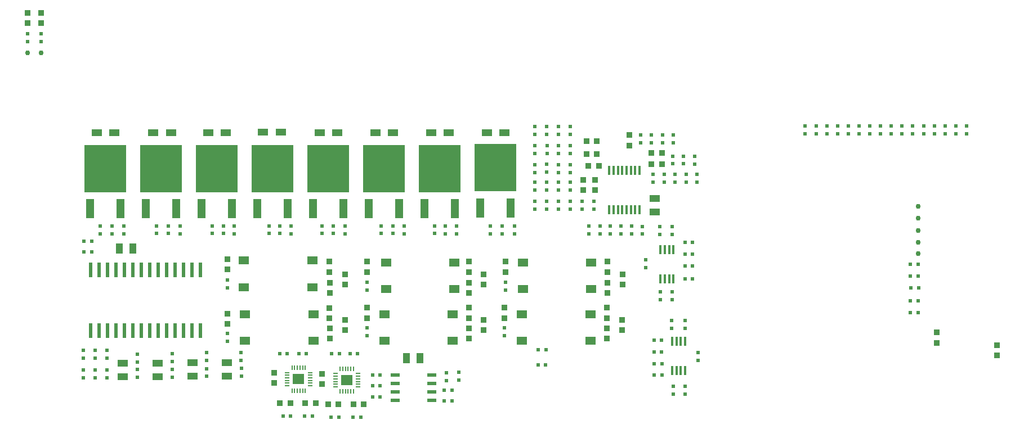
<source format=gtp>
G04*
G04 #@! TF.GenerationSoftware,Altium Limited,Altium Designer,19.0.10 (269)*
G04*
G04 Layer_Color=8421504*
%FSLAX25Y25*%
%MOIN*%
G70*
G01*
G75*
%ADD20R,0.02165X0.02165*%
%ADD21R,0.01181X0.05512*%
%ADD22R,0.02165X0.02165*%
%ADD23R,0.03347X0.03347*%
%ADD24R,0.06299X0.04921*%
%ADD25R,0.03740X0.03543*%
%ADD26R,0.03347X0.03347*%
%ADD27R,0.06693X0.06063*%
%ADD28R,0.00787X0.03150*%
%ADD29R,0.03150X0.00787*%
%ADD30R,0.05906X0.04331*%
%ADD31C,0.03000*%
%ADD32R,0.05709X0.02362*%
%ADD33R,0.06000X0.04000*%
%ADD34R,0.04000X0.06000*%
%ADD35R,0.02400X0.09000*%
%ADD36R,0.04724X0.11811*%
%ADD37R,0.24606X0.28347*%
D20*
X517111Y271450D02*
D03*
Y266850D02*
D03*
X501868Y302950D02*
D03*
Y307550D02*
D03*
X495029Y302950D02*
D03*
Y307550D02*
D03*
X509611Y290450D02*
D03*
Y285850D02*
D03*
X501611Y290450D02*
D03*
Y285850D02*
D03*
X509611Y246850D02*
D03*
Y251450D02*
D03*
X502611Y246850D02*
D03*
Y251450D02*
D03*
X501868Y346050D02*
D03*
Y341450D02*
D03*
X494750Y346050D02*
D03*
Y341450D02*
D03*
X486368Y321950D02*
D03*
Y326550D02*
D03*
X321250Y286152D02*
D03*
Y281552D02*
D03*
X402556Y286152D02*
D03*
Y281552D02*
D03*
X403156Y313101D02*
D03*
Y308501D02*
D03*
X321250Y313101D02*
D03*
Y308501D02*
D03*
X502250Y387920D02*
D03*
Y383320D02*
D03*
X490650Y372364D02*
D03*
Y376964D02*
D03*
X455750Y356450D02*
D03*
Y361050D02*
D03*
X441750Y367950D02*
D03*
Y372550D02*
D03*
Y378269D02*
D03*
Y382869D02*
D03*
Y389450D02*
D03*
Y394050D02*
D03*
Y400950D02*
D03*
Y405550D02*
D03*
X483250Y400450D02*
D03*
Y395850D02*
D03*
X625317Y405750D02*
D03*
Y401150D02*
D03*
X618950D02*
D03*
Y405750D02*
D03*
X612583D02*
D03*
Y401150D02*
D03*
X606217D02*
D03*
Y405750D02*
D03*
X599850D02*
D03*
Y401150D02*
D03*
X593483D02*
D03*
Y405750D02*
D03*
X587117D02*
D03*
Y401150D02*
D03*
X580750D02*
D03*
Y405750D02*
D03*
X434750Y405550D02*
D03*
Y400950D02*
D03*
X489699Y395950D02*
D03*
Y400550D02*
D03*
X508750Y387920D02*
D03*
Y383320D02*
D03*
X503650Y376964D02*
D03*
Y372364D02*
D03*
X420750Y405550D02*
D03*
Y400950D02*
D03*
X502750Y395950D02*
D03*
Y400550D02*
D03*
X516750Y377050D02*
D03*
Y372450D02*
D03*
X510150Y372364D02*
D03*
Y376964D02*
D03*
X427750Y400950D02*
D03*
Y405550D02*
D03*
X496250Y400550D02*
D03*
Y395950D02*
D03*
X515250Y383120D02*
D03*
Y387720D02*
D03*
X497150Y372364D02*
D03*
Y376964D02*
D03*
X676250Y405750D02*
D03*
Y401150D02*
D03*
X669883D02*
D03*
Y405750D02*
D03*
X663517D02*
D03*
Y401150D02*
D03*
X657150D02*
D03*
Y405750D02*
D03*
X650783D02*
D03*
Y401150D02*
D03*
X644417D02*
D03*
Y405750D02*
D03*
X638050D02*
D03*
Y401150D02*
D03*
X631683D02*
D03*
Y405750D02*
D03*
X448750Y361050D02*
D03*
Y356450D02*
D03*
X434750Y372550D02*
D03*
Y367950D02*
D03*
Y382869D02*
D03*
Y378269D02*
D03*
Y394050D02*
D03*
Y389450D02*
D03*
Y361050D02*
D03*
Y356450D02*
D03*
X420750Y372550D02*
D03*
Y367950D02*
D03*
Y382869D02*
D03*
Y378269D02*
D03*
Y394050D02*
D03*
Y389450D02*
D03*
X441750Y356450D02*
D03*
Y361050D02*
D03*
X427750Y367950D02*
D03*
Y372550D02*
D03*
Y378450D02*
D03*
Y383050D02*
D03*
X427931Y389450D02*
D03*
Y394050D02*
D03*
X459150Y346550D02*
D03*
Y341950D02*
D03*
X465300Y346550D02*
D03*
Y341950D02*
D03*
X420750Y356450D02*
D03*
Y361050D02*
D03*
X427750Y356450D02*
D03*
Y361050D02*
D03*
X484293Y341645D02*
D03*
Y346245D02*
D03*
X477895Y341747D02*
D03*
Y346347D02*
D03*
X452650Y341950D02*
D03*
Y346550D02*
D03*
X471650Y341950D02*
D03*
Y346550D02*
D03*
X368250Y254950D02*
D03*
Y259550D02*
D03*
X375750Y259688D02*
D03*
Y255088D02*
D03*
X128250Y460550D02*
D03*
Y455950D02*
D03*
X120250Y460345D02*
D03*
Y455745D02*
D03*
X238750Y309950D02*
D03*
Y314550D02*
D03*
X238656Y278052D02*
D03*
Y282652D02*
D03*
X246750Y266765D02*
D03*
Y271365D02*
D03*
X226331Y266765D02*
D03*
Y271365D02*
D03*
X246835Y257450D02*
D03*
Y262050D02*
D03*
X226335Y257350D02*
D03*
Y261950D02*
D03*
X205835Y266025D02*
D03*
Y270625D02*
D03*
X205835Y256950D02*
D03*
Y261550D02*
D03*
X185215Y265950D02*
D03*
Y270550D02*
D03*
X185215Y256750D02*
D03*
Y261350D02*
D03*
X153335Y256360D02*
D03*
Y260960D02*
D03*
X160335Y256450D02*
D03*
Y261050D02*
D03*
X167250Y256450D02*
D03*
Y261050D02*
D03*
X153250Y268150D02*
D03*
Y272750D02*
D03*
X160250Y268150D02*
D03*
Y272750D02*
D03*
X167250Y268150D02*
D03*
Y272750D02*
D03*
X401250Y341950D02*
D03*
Y346550D02*
D03*
X408561D02*
D03*
Y341950D02*
D03*
X394250D02*
D03*
Y346550D02*
D03*
X367750Y341950D02*
D03*
Y346550D02*
D03*
X374250D02*
D03*
Y341950D02*
D03*
X361250Y341993D02*
D03*
Y346593D02*
D03*
X336750Y341993D02*
D03*
Y346593D02*
D03*
X343250Y346550D02*
D03*
Y341950D02*
D03*
X329750Y341993D02*
D03*
Y346593D02*
D03*
X301250Y341993D02*
D03*
Y346593D02*
D03*
X308250Y346550D02*
D03*
Y341950D02*
D03*
X269750Y341993D02*
D03*
Y346593D02*
D03*
X276250Y346550D02*
D03*
Y341950D02*
D03*
X294750Y341993D02*
D03*
Y346593D02*
D03*
X263250Y341993D02*
D03*
Y346593D02*
D03*
X236185Y341993D02*
D03*
Y346593D02*
D03*
X242750Y346550D02*
D03*
Y341950D02*
D03*
X229750Y341993D02*
D03*
Y346593D02*
D03*
X196750Y341993D02*
D03*
Y346593D02*
D03*
X203685Y341993D02*
D03*
Y346593D02*
D03*
X210750Y346550D02*
D03*
Y341950D02*
D03*
X170250D02*
D03*
Y346550D02*
D03*
X177250D02*
D03*
Y341950D02*
D03*
X163250D02*
D03*
Y346550D02*
D03*
D21*
X495029Y315089D02*
D03*
X497589D02*
D03*
X500148D02*
D03*
X502707D02*
D03*
X495029Y332411D02*
D03*
X497589D02*
D03*
X500148D02*
D03*
X502707D02*
D03*
X509611Y277973D02*
D03*
X507052D02*
D03*
X504493D02*
D03*
X501934D02*
D03*
X509611Y260650D02*
D03*
X507052D02*
D03*
X504493D02*
D03*
X501934D02*
D03*
X482607Y379364D02*
D03*
X480048D02*
D03*
X477489D02*
D03*
X474930D02*
D03*
X472370D02*
D03*
X469811D02*
D03*
X467252D02*
D03*
X464693D02*
D03*
X482607Y356136D02*
D03*
X480048D02*
D03*
X477489D02*
D03*
X474930D02*
D03*
X472370D02*
D03*
X469811D02*
D03*
X467252D02*
D03*
X464693D02*
D03*
D22*
X509450Y315250D02*
D03*
X514050D02*
D03*
X509450Y329750D02*
D03*
X514050D02*
D03*
X509450Y322750D02*
D03*
X514050D02*
D03*
Y336750D02*
D03*
X509450D02*
D03*
X495750Y271650D02*
D03*
X491150D02*
D03*
X495911Y264650D02*
D03*
X491311D02*
D03*
X495750Y278650D02*
D03*
X491150D02*
D03*
X491311Y258150D02*
D03*
X495911D02*
D03*
X422600Y273006D02*
D03*
X427200D02*
D03*
X312869Y233262D02*
D03*
X317469D02*
D03*
X299950D02*
D03*
X304550D02*
D03*
X288969Y233849D02*
D03*
X284369D02*
D03*
X271450D02*
D03*
X276050D02*
D03*
X269450Y270750D02*
D03*
X274050D02*
D03*
X285413Y270750D02*
D03*
X280813D02*
D03*
X315750Y270750D02*
D03*
X311150D02*
D03*
X300242Y270750D02*
D03*
X304842D02*
D03*
X427050Y264250D02*
D03*
X422450D02*
D03*
X642950Y295250D02*
D03*
X647550D02*
D03*
X642950Y316750D02*
D03*
X647550D02*
D03*
X643031Y323620D02*
D03*
X647631D02*
D03*
X643031Y302204D02*
D03*
X647631D02*
D03*
X643250Y309750D02*
D03*
X647850D02*
D03*
X324450Y258188D02*
D03*
X329050D02*
D03*
X324450Y251688D02*
D03*
X329050D02*
D03*
X367001Y249250D02*
D03*
X371601D02*
D03*
X324450Y245188D02*
D03*
X329050D02*
D03*
X366950Y242750D02*
D03*
X371550D02*
D03*
X153650Y337540D02*
D03*
X158250D02*
D03*
X153650Y331060D02*
D03*
X158250D02*
D03*
D23*
X321250Y291852D02*
D03*
Y297955D02*
D03*
X463750Y319250D02*
D03*
Y325352D02*
D03*
Y312771D02*
D03*
Y306669D02*
D03*
X463250Y291852D02*
D03*
Y297955D02*
D03*
Y285822D02*
D03*
Y279720D02*
D03*
X402556Y291852D02*
D03*
Y297955D02*
D03*
X403156Y319250D02*
D03*
Y325352D02*
D03*
X381750Y319250D02*
D03*
Y325352D02*
D03*
Y312771D02*
D03*
Y306669D02*
D03*
Y285822D02*
D03*
Y279720D02*
D03*
Y291852D02*
D03*
Y297955D02*
D03*
X294750Y258813D02*
D03*
Y252711D02*
D03*
X266250Y259400D02*
D03*
Y253298D02*
D03*
X321250Y319250D02*
D03*
Y325352D02*
D03*
X299093Y319199D02*
D03*
Y325301D02*
D03*
X299250Y312720D02*
D03*
Y306618D02*
D03*
X694250Y275852D02*
D03*
Y269750D02*
D03*
X476750Y394199D02*
D03*
Y400301D02*
D03*
X456120Y373801D02*
D03*
Y367699D02*
D03*
X449120Y373801D02*
D03*
Y367699D02*
D03*
X658750Y283301D02*
D03*
Y277199D02*
D03*
X238750Y326801D02*
D03*
Y320699D02*
D03*
X299093Y297904D02*
D03*
Y291801D02*
D03*
X299250Y279669D02*
D03*
Y285771D02*
D03*
X238656Y294455D02*
D03*
Y288352D02*
D03*
D24*
X412974Y294226D02*
D03*
Y278478D02*
D03*
X453526D02*
D03*
Y294226D02*
D03*
X413474Y324726D02*
D03*
Y308978D02*
D03*
X454026D02*
D03*
Y324726D02*
D03*
X248250Y325998D02*
D03*
Y310250D02*
D03*
X288801D02*
D03*
Y325998D02*
D03*
X248974Y294175D02*
D03*
Y278427D02*
D03*
X289526D02*
D03*
Y294175D02*
D03*
X331474Y294226D02*
D03*
Y278478D02*
D03*
X372026D02*
D03*
Y294226D02*
D03*
X332474Y324726D02*
D03*
Y308978D02*
D03*
X373026D02*
D03*
Y324726D02*
D03*
D25*
X472750Y317801D02*
D03*
Y311699D02*
D03*
X472150Y290852D02*
D03*
Y284750D02*
D03*
X390250Y317801D02*
D03*
Y311699D02*
D03*
Y290852D02*
D03*
Y284750D02*
D03*
X308250Y317801D02*
D03*
Y311699D02*
D03*
X128250Y472801D02*
D03*
Y466699D02*
D03*
X120250Y472801D02*
D03*
Y466699D02*
D03*
X308250Y284750D02*
D03*
Y290852D02*
D03*
D26*
X313199Y240762D02*
D03*
X319301D02*
D03*
X304301D02*
D03*
X298199D02*
D03*
X284699Y241349D02*
D03*
X290801D02*
D03*
X275801D02*
D03*
X269699D02*
D03*
X489699Y383250D02*
D03*
X495801D02*
D03*
X489699Y389750D02*
D03*
X495801D02*
D03*
X457301Y396750D02*
D03*
X451199D02*
D03*
X457301Y389199D02*
D03*
X451199D02*
D03*
X458529Y382077D02*
D03*
X452427D02*
D03*
D27*
X280750Y255649D02*
D03*
X309250Y255062D02*
D03*
D28*
X276813Y262358D02*
D03*
X278388D02*
D03*
X279963D02*
D03*
X281538D02*
D03*
X283113D02*
D03*
X284687D02*
D03*
Y248941D02*
D03*
X283113D02*
D03*
X281538D02*
D03*
X279963D02*
D03*
X278388D02*
D03*
X276813D02*
D03*
X305313Y261770D02*
D03*
X306888D02*
D03*
X308463D02*
D03*
X310038D02*
D03*
X311613D02*
D03*
X313187D02*
D03*
Y248353D02*
D03*
X311613D02*
D03*
X310038D02*
D03*
X308463D02*
D03*
X306888D02*
D03*
X305313D02*
D03*
D29*
X287459Y259586D02*
D03*
Y258011D02*
D03*
Y256437D02*
D03*
Y254862D02*
D03*
Y253287D02*
D03*
Y251712D02*
D03*
X274042D02*
D03*
Y253287D02*
D03*
Y254862D02*
D03*
Y256437D02*
D03*
Y258011D02*
D03*
Y259586D02*
D03*
X315959Y258999D02*
D03*
Y257424D02*
D03*
Y255849D02*
D03*
Y254274D02*
D03*
Y252700D02*
D03*
Y251125D02*
D03*
X302542D02*
D03*
Y252700D02*
D03*
Y254274D02*
D03*
Y255849D02*
D03*
Y257424D02*
D03*
Y258999D02*
D03*
D30*
X392250Y401750D02*
D03*
X402750D02*
D03*
X359247D02*
D03*
X369747D02*
D03*
X326243D02*
D03*
X336743D02*
D03*
X293240D02*
D03*
X303740D02*
D03*
X259750Y402250D02*
D03*
X270250D02*
D03*
X227233Y401750D02*
D03*
X237733D02*
D03*
X194750D02*
D03*
X205250D02*
D03*
X161226D02*
D03*
X171726D02*
D03*
D31*
X647631Y358250D02*
D03*
Y351111D02*
D03*
X647550Y343750D02*
D03*
X647631Y336834D02*
D03*
X647550Y330250D02*
D03*
X128250Y449250D02*
D03*
X120250D02*
D03*
D32*
X359478Y243188D02*
D03*
Y248188D02*
D03*
Y253188D02*
D03*
Y258188D02*
D03*
X338022Y243188D02*
D03*
Y248188D02*
D03*
Y253188D02*
D03*
Y258188D02*
D03*
D33*
X491650Y362750D02*
D03*
Y354750D02*
D03*
X238335Y257550D02*
D03*
Y265550D02*
D03*
X217835Y257450D02*
D03*
Y265450D02*
D03*
X197335Y257050D02*
D03*
Y265050D02*
D03*
X176705Y257050D02*
D03*
Y265050D02*
D03*
D34*
X344750Y268188D02*
D03*
X352750D02*
D03*
X174750Y333250D02*
D03*
X182750D02*
D03*
D35*
X222750Y320499D02*
D03*
X217750D02*
D03*
X212750D02*
D03*
X207750D02*
D03*
X202750D02*
D03*
X197750D02*
D03*
X192750D02*
D03*
X187750D02*
D03*
X182750D02*
D03*
X177750D02*
D03*
X172750D02*
D03*
X167750D02*
D03*
X162750D02*
D03*
X157750D02*
D03*
Y284499D02*
D03*
X162750D02*
D03*
X167750D02*
D03*
X172750D02*
D03*
X177750D02*
D03*
X182750D02*
D03*
X187750D02*
D03*
X192750D02*
D03*
X197750D02*
D03*
X202750D02*
D03*
X207750D02*
D03*
X212750D02*
D03*
X217750D02*
D03*
X222750D02*
D03*
D36*
X289277Y356750D02*
D03*
X307230D02*
D03*
X322284D02*
D03*
X340236D02*
D03*
X355290D02*
D03*
X373243D02*
D03*
X388297Y357250D02*
D03*
X406250D02*
D03*
X157250Y356750D02*
D03*
X175203D02*
D03*
X190257D02*
D03*
X208210D02*
D03*
X223263D02*
D03*
X241216D02*
D03*
X256270D02*
D03*
X274223D02*
D03*
D37*
X298253Y380569D02*
D03*
X331260D02*
D03*
X364267D02*
D03*
X397274Y381069D02*
D03*
X166226Y380569D02*
D03*
X199233D02*
D03*
X232240D02*
D03*
X265247D02*
D03*
M02*

</source>
